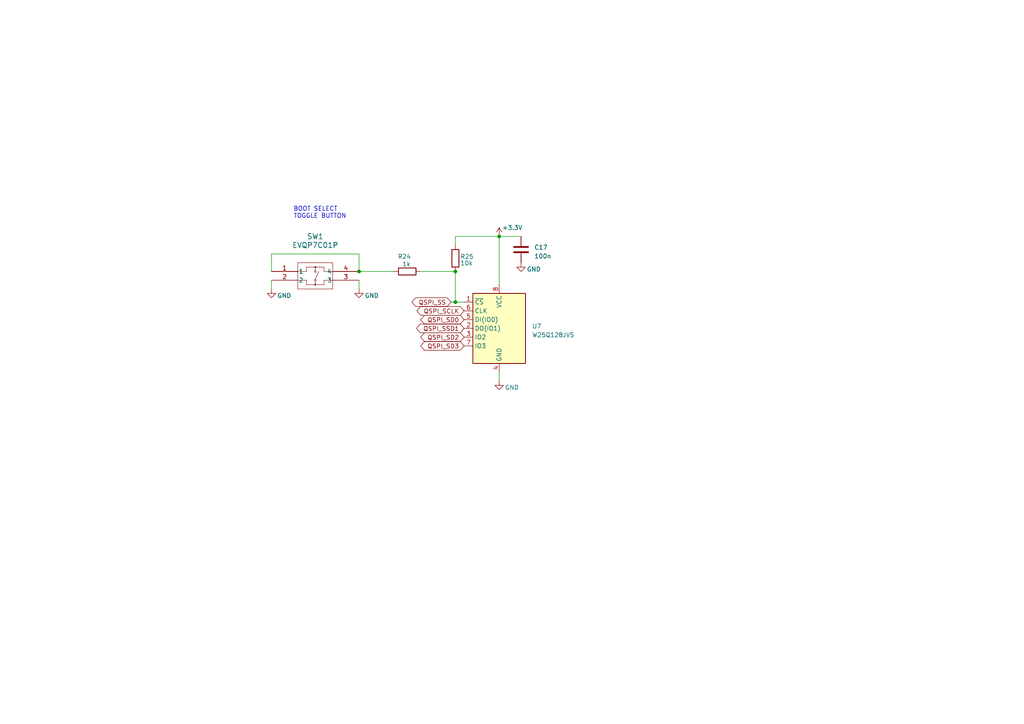
<source format=kicad_sch>
(kicad_sch (version 20230121) (generator eeschema)
  (paper "A4")
  (lib_symbols
    (symbol "Device:C" (pin_numbers hide) (pin_names (offset 0.254))
      (property "Reference" "C" (at 0.635 2.54 0))
      (property "Value" "C" (at 0.635 -2.54 0))
      (symbol "C_0_1"
        (polyline (pts (xy -2.032 -0.762) (xy 2.032 -0.762)) (stroke (width 0.508)))
        (polyline (pts (xy -2.032 0.762) (xy 2.032 0.762)) (stroke (width 0.508)))
      )
      (symbol "C_1_1"
        (pin passive line (at 0 3.81 270) (length 2.794) (name "~") (number "1"))
        (pin passive line (at 0 -3.81 90) (length 2.794) (name "~") (number "2"))
      )
    )
    (symbol "Device:R" (pin_numbers hide) (pin_names (offset 0))
      (property "Reference" "R" (at 2.032 0 90))
      (property "Value" "R" (at 0 0 90))
      (symbol "R_0_1"
        (rectangle (start -1.016 -2.54) (end 1.016 2.54) (stroke (width 0.254)))
      )
      (symbol "R_1_1"
        (pin passive line (at 0 3.81 270) (length 1.27) (name "~") (number "1"))
        (pin passive line (at 0 -3.81 90) (length 1.27) (name "~") (number "2"))
      )
    )
    (symbol "Memory_Flash:W25Q128JVS"
      (property "Reference" "U" (at -8.89 8.89 0))
      (property "Value" "W25Q128JVS" (at 7.62 8.89 0))
      (symbol "W25Q128JVS_0_1"
        (rectangle (start -7.62 10.16) (end 7.62 -10.16) (stroke (width 0.254)) (fill (type background)))
      )
      (symbol "W25Q128JVS_1_1"
        (pin input line (at -10.16 7.62 0) (length 2.54) (name "~{CS}") (number "1"))
        (pin bidirectional line (at -10.16 0 0) (length 2.54) (name "DO(IO1)") (number "2"))
        (pin bidirectional line (at -10.16 -2.54 0) (length 2.54) (name "IO2") (number "3"))
        (pin power_in line (at 0 -12.7 90) (length 2.54) (name "GND") (number "4"))
        (pin bidirectional line (at -10.16 2.54 0) (length 2.54) (name "DI(IO0)") (number "5"))
        (pin input line (at -10.16 5.08 0) (length 2.54) (name "CLK") (number "6"))
        (pin bidirectional line (at -10.16 -5.08 0) (length 2.54) (name "IO3") (number "7"))
        (pin power_in line (at 0 12.7 270) (length 2.54) (name "VCC") (number "8"))
      )
    )
    (symbol "evqp7c01p:EVQP7C01P" (pin_names (offset 0.254))
      (property "Reference" "SW1" (at 12.7 10.16 0))
      (property "Value" "EVQP7C01P" (at 12.7 7.62 0))
      (symbol "EVQP7C01P_0_1"
        (polyline (pts (xy 7.62 -5.08) (xy 17.78 -5.08)) (stroke (width 0.127)))
        (polyline (pts (xy 7.62 0) (xy 10.16 0)) (stroke (width 0.127)))
        (polyline (pts (xy 7.62 2.54) (xy 7.62 -5.08)) (stroke (width 0.127)))
        (polyline (pts (xy 10.16 -3.81) (xy 10.16 -2.54)) (stroke (width 0.127)))
        (polyline (pts (xy 10.16 -2.54) (xy 7.62 -2.54)) (stroke (width 0.127)))
        (polyline (pts (xy 10.16 0) (xy 10.16 1.27)) (stroke (width 0.127)))
        (polyline (pts (xy 10.16 1.27) (xy 15.24 1.27)) (stroke (width 0.127)))
        (polyline (pts (xy 12.7 -2.794) (xy 12.7 -3.81)) (stroke (width 0.127)))
        (polyline (pts (xy 12.7 1.27) (xy 12.7 0.254)) (stroke (width 0.127)))
        (polyline (pts (xy 13.716 0) (xy 12.7 -2.286)) (stroke (width 0.127)))
        (polyline (pts (xy 15.24 -3.81) (xy 10.16 -3.81)) (stroke (width 0.127)))
        (polyline (pts (xy 15.24 -2.54) (xy 15.24 -3.81)) (stroke (width 0.127)))
        (polyline (pts (xy 15.24 0) (xy 17.78 0)) (stroke (width 0.127)))
        (polyline (pts (xy 15.24 1.27) (xy 15.24 0)) (stroke (width 0.127)))
        (polyline (pts (xy 17.78 -5.08) (xy 17.78 2.54)) (stroke (width 0.127)))
        (polyline (pts (xy 17.78 -2.54) (xy 15.24 -2.54)) (stroke (width 0.127)))
        (polyline (pts (xy 17.78 2.54) (xy 7.62 2.54)) (stroke (width 0.127)))
        (circle (center 12.7 -3.81) (radius 0.127) (stroke (width 0.254)))
        (circle (center 12.7 -2.54) (radius 0.254) (stroke (width 0.127)))
        (circle (center 12.7 0) (radius 0.254) (stroke (width 0.127)))
        (circle (center 12.7 1.27) (radius 0.127) (stroke (width 0.254)))
        (pin passive line (at 0 0 0) (length 7.62) (name "1") (number "1"))
        (pin passive line (at 0 -2.54 0) (length 7.62) (name "2") (number "2"))
        (pin passive line (at 25.4 -2.54 180) (length 7.62) (name "3") (number "3"))
        (pin passive line (at 25.4 0 180) (length 7.62) (name "4") (number "4"))
      )
    )
    (symbol "power:+3.3V" (power) (pin_names (offset 0))
      (property "Value" "+3.3V" (at 0 3.556 0))
      (symbol "+3.3V_0_1"
        (polyline (pts (xy -0.762 1.27) (xy 0 2.54)))
        (polyline (pts (xy 0 0) (xy 0 2.54)))
        (polyline (pts (xy 0 2.54) (xy 0.762 1.27)))
      )
      (symbol "+3.3V_1_1"
        (pin power_in line (at 0 0 90) (length 0) hide (name "+3.3V") (number "1"))
      )
    )
    (symbol "power:GND" (power) (pin_names (offset 0))
      (property "Value" "GND" (at 0 -3.81 0))
      (symbol "GND_0_1"
        (polyline (pts (xy 0 0) (xy 0 -1.27) (xy 1.27 -1.27) (xy 0 -2.54) (xy -1.27 -1.27) (xy 0 -1.27)))
      )
      (symbol "GND_1_1"
        (pin power_in line (at 0 0 270) (length 0) hide (name "GND") (number "1"))
      )
    )
  )
  (junction (at 144.78 68.58))
  (junction (at 104.14 78.74))
  (junction (at 132.08 78.74))
  (junction (at 132.08 87.63))
  (wire (pts (xy 132.08 68.58) (xy 132.08 71.12)))
  (wire (pts (xy 132.08 68.58) (xy 144.78 68.58)))
  (wire (pts (xy 144.78 107.95) (xy 144.78 110.49)))
  (wire (pts (xy 104.14 81.28) (xy 104.14 83.82)))
  (wire (pts (xy 104.14 73.66) (xy 104.14 78.74)))
  (wire (pts (xy 78.74 73.66) (xy 104.14 73.66)))
  (wire (pts (xy 132.08 78.74) (xy 132.08 87.63)))
  (wire (pts (xy 121.92 78.74) (xy 132.08 78.74)))
  (wire (pts (xy 104.14 78.74) (xy 114.3 78.74)))
  (wire (pts (xy 78.74 78.74) (xy 78.74 73.66)))
  (wire (pts (xy 144.78 68.58) (xy 151.13 68.58)))
  (wire (pts (xy 78.74 81.28) (xy 78.74 83.82)))
  (wire (pts (xy 130.81 87.63) (xy 132.08 87.63)))
  (wire (pts (xy 132.08 87.63) (xy 134.62 87.63)))
  (wire (pts (xy 144.78 68.58) (xy 144.78 82.55)))
  (text "BOOT SELECT \nTOGGLE BUTTON" (at 85.09 63.5 0) (effects (font (size 1.27 1.27)) (justify left bottom)))
  (global_label "QSPI_SSD1" (shape bidirectional) (at 134.62 95.25 180) (property "Intersheetrefs" "${INTERSHEET_REFS}" (effects hide)))
  (global_label "QSPI_SD0" (shape bidirectional) (at 134.62 92.71 180) (property "Intersheetrefs" "${INTERSHEET_REFS}" (effects hide)))
  (global_label "QSPI_SCLK" (shape bidirectional) (at 134.62 90.17 180) (property "Intersheetrefs" "${INTERSHEET_REFS}" (effects hide)))
  (global_label "QSPI_SS" (shape bidirectional) (at 130.81 87.63 180) (property "Intersheetrefs" "${INTERSHEET_REFS}" (effects hide)))
  (global_label "QSPI_SD3" (shape bidirectional) (at 134.62 100.33 180) (property "Intersheetrefs" "${INTERSHEET_REFS}" (effects hide)))
  (global_label "QSPI_SD2" (shape bidirectional) (at 134.62 97.79 180) (property "Intersheetrefs" "${INTERSHEET_REFS}" (effects hide)))
  (symbol (lib_id "Device:R") (at 118.11 78.74 90) (unit 1)
    (property "Reference" "R24" (at 119.253 74.422 90) (effects (justify left)))
    (property "Value" "1k" (at 119.126 76.581 90) (effects (justify left)))
    (property "Footprint" "Resistor_SMD:R_0805_2012Metric_Pad1.20x1.40mm_HandSolder" (effects hide))
    (instances (project "rp2040-basic-m1" (path "" (reference "R24") (unit 1))) (project "rp2040-dev-board" (path "" (reference "R7") (unit 1))))
  )
  (symbol (lib_id "power:GND") (at 144.78 110.49 0) (unit 1)
    (property "Reference" "#PWR035" (effects hide))
    (property "Value" "GND" (at 146.431 112.395 0) (effects (justify left)))
    (instances (project "rp2040-basic-m1" (path "" (reference "#PWR035") (unit 1))) (project "rp2040-dev-board" (path "" (reference "#PWR011") (unit 1)) (path "" (reference "#PWR015") (unit 1))))
  )
  (symbol (lib_id "power:GND") (at 104.14 83.82 0) (unit 1)
    (property "Reference" "#PWR040" (effects hide))
    (property "Value" "GND" (at 105.791 85.725 0) (effects (justify left)))
    (instances (project "rp2040-basic-m1" (path "" (reference "#PWR040") (unit 1))) (project "rp2040-dev-board" (path "" (reference "#PWR011") (unit 1)) (path "" (reference "#PWR014") (unit 1))))
  )
  (symbol (lib_id "power:+3.3V") (at 144.78 68.58 0) (unit 1)
    (property "Reference" "#PWR034" (effects hide))
    (property "Value" "+3.3V" (at 148.59 66.04 0))
    (instances (project "rp2040-basic-m1" (path "" (reference "#PWR034") (unit 1))) (project "rp2040-dev-board" (path "" (reference "#PWR035") (unit 1)) (path "" (reference "#PWR030") (unit 1))))
  )
  (symbol (lib_id "evqp7c01p:EVQP7C01P") (at 78.74 78.74 0) (unit 1)
    (property "Reference" "SW1" (at 91.44 68.58 0) (effects (font (size 1.524 1.524))))
    (property "Value" "EVQP7C01P" (at 91.44 71.12 0) (effects (font (size 1.524 1.524))))
    (property "Footprint" "evqp7c01p:EVQP7C&slash_L_PAN" (effects hide))
    (property "Datasheet" "EVQP7C01P" (effects hide))
  )
  (symbol (lib_id "Memory_Flash:W25Q128JVS") (at 144.78 95.25 0) (unit 1)
    (property "Reference" "U7" (at 154.305 94.615 0) (effects (justify left)))
    (property "Value" "W25Q128JVS" (at 154.305 97.155 0) (effects (justify left)))
    (property "Footprint" "Package_SO:SOIC-8_5.23x5.23mm_P1.27mm" (effects hide))
    (property "Datasheet" "http://www.winbond.com/resource-files/w25q128jv_dtr%20revc%2003272018%20plus.pdf" (effects hide))
    (instances (project "rp2040-basic-m1" (path "" (reference "U7") (unit 1))) (project "rp2040-dev-board" (path "" (reference "U2") (unit 1)) (path "" (reference "U2") (unit 1))))
  )
  (symbol (lib_id "Device:C") (at 151.13 72.39 0) (unit 1)
    (property "Reference" "C17" (at 154.94 71.755 0) (effects (justify left)))
    (property "Value" "100n" (at 154.94 74.295 0) (effects (justify left)))
    (property "Footprint" "Capacitor_SMD:C_0805_2012Metric_Pad1.18x1.45mm_HandSolder" (effects hide))
    (instances (project "rp2040-basic-m1" (path "" (reference "C17") (unit 1))) (project "rp2040-dev-board" (path "" (reference "C16") (unit 1))))
  )
  (symbol (lib_id "Device:R") (at 132.08 74.93 0) (unit 1)
    (property "Reference" "R25" (at 133.477 74.422 0) (effects (justify left)))
    (property "Value" "10k" (at 133.477 76.327 0) (effects (justify left)))
    (property "Footprint" "Resistor_SMD:R_0805_2012Metric_Pad1.20x1.40mm_HandSolder" (effects hide))
    (instances (project "rp2040-basic-m1" (path "" (reference "R25") (unit 1))) (project "rp2040-dev-board" (path "" (reference "R6") (unit 1))))
  )
  (symbol (lib_id "power:GND") (at 151.13 76.2 0) (unit 1)
    (property "Reference" "#PWR036" (effects hide))
    (property "Value" "GND" (at 152.781 78.105 0) (effects (justify left)))
    (instances (project "rp2040-basic-m1" (path "" (reference "#PWR036") (unit 1))) (project "rp2040-dev-board" (path "" (reference "#PWR011") (unit 1)) (path "" (reference "#PWR014") (unit 1))))
  )
  (symbol (lib_id "power:GND") (at 78.74 83.82 0) (unit 1)
    (property "Reference" "#PWR037" (effects hide))
    (property "Value" "GND" (at 80.391 85.725 0) (effects (justify left)))
    (instances (project "rp2040-basic-m1" (path "" (reference "#PWR037") (unit 1))) (project "rp2040-dev-board" (path "" (reference "#PWR011") (unit 1)) (path "" (reference "#PWR014") (unit 1))))
  )
)
</source>
